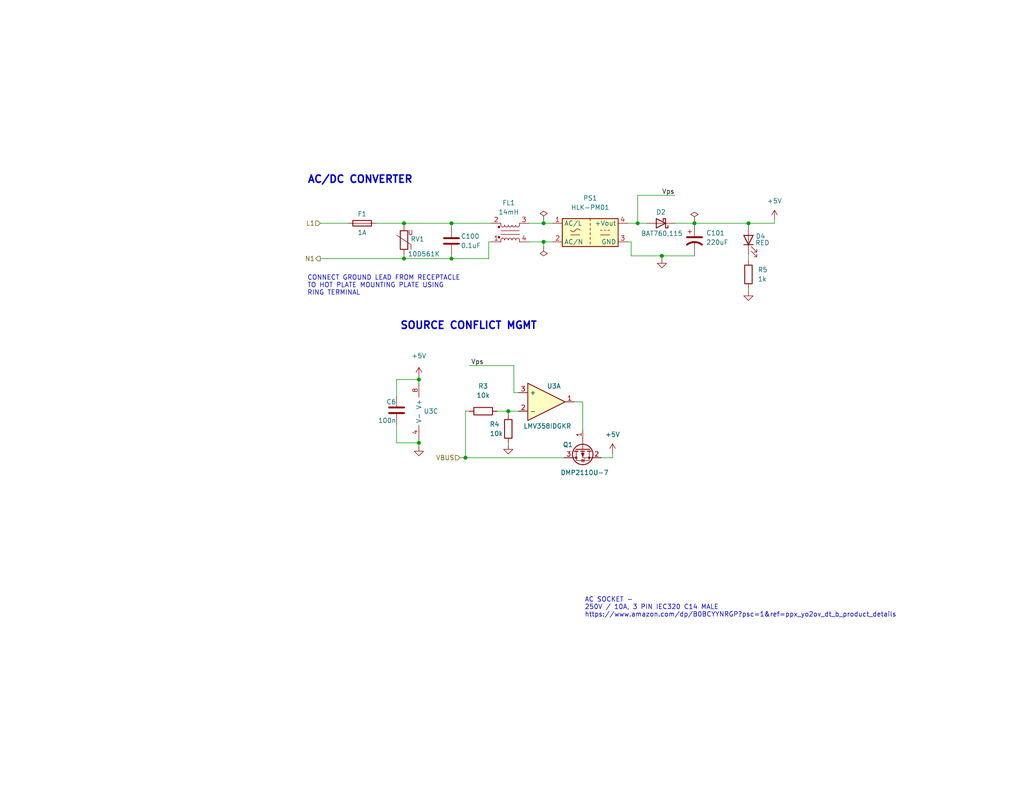
<source format=kicad_sch>
(kicad_sch (version 20211123) (generator eeschema)
  (paper "USLetter")
  (title_block (title "Power Supply - 120VAC to 5VDC") (date "2023-01-22") (rev "1.0"))
  (lib_symbols
    (symbol "Converter_ACDC:HLK-PM01"
      (property "Reference" "PS1" (at 0 9.398 0))
      (property "Value" "HLK-PM01" (at 0 6.858 0))
      (symbol "HLK-PM01_0_1"
        (rectangle (start -7.62 3.81) (end 7.62 -3.81) (stroke (width 0.254)) (fill (type background)))
        (arc (start -5.334 0.635) (mid -4.699 0.2495) (end -4.064 0.635))
        (arc (start -2.794 0.635) (mid -3.429 1.0072) (end -4.064 0.635))
        (polyline (pts (xy -5.334 -0.635) (xy -2.794 -0.635)))
        (polyline (pts (xy 0 -2.54) (xy 0 -3.175)))
        (polyline (pts (xy 0 -1.27) (xy 0 -1.905)))
        (polyline (pts (xy 0 0) (xy 0 -0.635)))
        (polyline (pts (xy 0 1.27) (xy 0 0.635)))
        (polyline (pts (xy 0 2.54) (xy 0 1.905)))
        (polyline (pts (xy 0 3.81) (xy 0 3.175)))
        (polyline (pts (xy 2.794 -0.635) (xy 5.334 -0.635)))
        (polyline (pts (xy 2.794 0.635) (xy 3.302 0.635)))
        (polyline (pts (xy 3.81 0.635) (xy 4.318 0.635)))
        (polyline (pts (xy 4.826 0.635) (xy 5.334 0.635)))
      )
      (symbol "HLK-PM01_1_1"
        (pin power_in line (at -10.16 2.54 0) (length 2.54) (name "AC/L") (number "1"))
        (pin power_in line (at -10.16 -2.54 0) (length 2.54) (name "AC/N") (number "2"))
        (pin power_in line (at 10.16 -2.54 180) (length 2.54) (name "GND") (number "3"))
        (pin power_out line (at 10.16 2.54 180) (length 2.54) (name "+Vout") (number "4"))
      )
    )
    (symbol "Device:C" (pin_numbers hide) (pin_names (offset 0.254))
      (property "Reference" "C" (at 0.635 2.54 0))
      (property "Value" "C" (at 0.635 -2.54 0))
      (symbol "C_0_1"
        (polyline (pts (xy -2.032 -0.762) (xy 2.032 -0.762)) (stroke (width 0.508)))
        (polyline (pts (xy -2.032 0.762) (xy 2.032 0.762)) (stroke (width 0.508)))
      )
      (symbol "C_1_1"
        (pin passive line (at 0 3.81 270) (length 2.794) (name "~") (number "1"))
        (pin passive line (at 0 -3.81 90) (length 2.794) (name "~") (number "2"))
      )
    )
    (symbol "Device:C_Polarized_US" (pin_numbers hide) (pin_names (offset 0.254) hide)
      (property "Reference" "C" (at 0.635 2.54 0))
      (property "Value" "C_Polarized_US" (at 0.635 -2.54 0))
      (symbol "C_Polarized_US_0_1"
        (polyline (pts (xy -2.032 0.762) (xy 2.032 0.762)) (stroke (width 0.508)))
        (polyline (pts (xy -1.778 2.286) (xy -0.762 2.286)))
        (polyline (pts (xy -1.27 1.778) (xy -1.27 2.794)))
        (arc (start 2.032 -1.27) (mid 0 -0.5572) (end -2.032 -1.27) (stroke (width 0.508)))
      )
      (symbol "C_Polarized_US_1_1"
        (pin passive line (at 0 3.81 270) (length 2.794) (name "~") (number "1"))
        (pin passive line (at 0 -3.81 90) (length 3.302) (name "~") (number "2"))
      )
    )
    (symbol "Device:D_Schottky" (pin_numbers hide) (pin_names (offset 1.016) hide)
      (property "Reference" "D" (at 0 2.54 0))
      (property "Value" "D_Schottky" (at 0 -2.54 0))
      (symbol "D_Schottky_0_1"
        (polyline (pts (xy 1.27 0) (xy -1.27 0)))
        (polyline (pts (xy 1.27 1.27) (xy 1.27 -1.27) (xy -1.27 0) (xy 1.27 1.27)) (stroke (width 0.254)))
        (polyline (pts (xy -1.905 0.635) (xy -1.905 1.27) (xy -1.27 1.27) (xy -1.27 -1.27) (xy -0.635 -1.27) (xy -0.635 -0.635)) (stroke (width 0.254)))
      )
      (symbol "D_Schottky_1_1"
        (pin passive line (at -3.81 0 0) (length 2.54) (name "K") (number "1"))
        (pin passive line (at 3.81 0 180) (length 2.54) (name "A") (number "2"))
      )
    )
    (symbol "Device:Filter_EMI_LL_1423" (pin_names hide)
      (property "Reference" "FL" (at 0 4.445 0))
      (property "Value" "Filter_EMI_LL_1423" (at 0 -4.445 0))
      (symbol "Filter_EMI_LL_1423_0_1"
        (circle (center -3.048 -1.27) (radius 0.254) (fill (type outline)))
        (circle (center -3.048 1.524) (radius 0.254) (fill (type outline)))
        (arc (start -2.54 2.032) (mid -2.032 1.524) (end -1.524 2.032))
        (arc (start -1.524 -2.032) (mid -2.032 -1.524) (end -2.54 -2.032))
        (arc (start -1.524 2.032) (mid -1.016 1.524) (end -0.508 2.032))
        (arc (start -0.508 -2.032) (mid -1.016 -1.524) (end -1.524 -2.032))
        (arc (start -0.508 2.032) (mid 0 1.524) (end 0.508 2.032))
        (polyline (pts (xy -2.54 -2.032) (xy -2.54 -2.54)))
        (polyline (pts (xy -2.54 0.508) (xy 2.54 0.508)))
        (polyline (pts (xy -2.54 2.032) (xy -2.54 2.54)))
        (polyline (pts (xy 2.54 -2.032) (xy 2.54 -2.54)))
        (polyline (pts (xy 2.54 -0.508) (xy -2.54 -0.508)))
        (polyline (pts (xy 2.54 2.54) (xy 2.54 2.032)))
        (arc (start 0.508 -2.032) (mid 0 -1.524) (end -0.508 -2.032))
        (arc (start 0.508 2.032) (mid 1.016 1.524) (end 1.524 2.032))
        (arc (start 1.524 -2.032) (mid 1.016 -1.524) (end 0.508 -2.032))
        (arc (start 1.524 2.032) (mid 2.032 1.524) (end 2.54 2.032))
        (arc (start 2.54 -2.032) (mid 2.032 -1.524) (end 1.524 -2.032))
      )
      (symbol "Filter_EMI_LL_1423_1_1"
        (pin passive line (at -5.08 -2.54 0) (length 2.54) (name "1") (number "1"))
        (pin passive line (at -5.08 2.54 0) (length 2.54) (name "2") (number "2"))
        (pin passive line (at 5.08 2.54 180) (length 2.54) (name "3") (number "3"))
        (pin passive line (at 5.08 -2.54 180) (length 2.54) (name "4") (number "4"))
      )
    )
    (symbol "Device:Fuse" (pin_numbers hide) (pin_names (offset 0))
      (property "Reference" "F" (at 2.032 0 90))
      (property "Value" "Fuse" (at -1.905 0 90))
      (symbol "Fuse_0_1"
        (rectangle (start -0.762 -2.54) (end 0.762 2.54) (stroke (width 0.254)))
        (polyline (pts (xy 0 2.54) (xy 0 -2.54)))
      )
      (symbol "Fuse_1_1"
        (pin passive line (at 0 3.81 270) (length 1.27) (name "~") (number "1"))
        (pin passive line (at 0 -3.81 90) (length 1.27) (name "~") (number "2"))
      )
    )
    (symbol "Device:LED" (pin_numbers hide) (pin_names (offset 1.016) hide)
      (property "Reference" "D" (at 0 2.54 0))
      (property "Value" "LED" (at 0 -2.54 0))
      (symbol "LED_0_1"
        (polyline (pts (xy -1.27 -1.27) (xy -1.27 1.27)) (stroke (width 0.254)))
        (polyline (pts (xy -1.27 0) (xy 1.27 0)))
        (polyline (pts (xy 1.27 -1.27) (xy 1.27 1.27) (xy -1.27 0) (xy 1.27 -1.27)) (stroke (width 0.254)))
        (polyline (pts (xy -3.048 -0.762) (xy -4.572 -2.286) (xy -3.81 -2.286) (xy -4.572 -2.286) (xy -4.572 -1.524)))
        (polyline (pts (xy -1.778 -0.762) (xy -3.302 -2.286) (xy -2.54 -2.286) (xy -3.302 -2.286) (xy -3.302 -1.524)))
      )
      (symbol "LED_1_1"
        (pin passive line (at -3.81 0 0) (length 2.54) (name "K") (number "1"))
        (pin passive line (at 3.81 0 180) (length 2.54) (name "A") (number "2"))
      )
    )
    (symbol "Device:Opamp_Dual"
      (property "Reference" "U" (at 0 5.08 0))
      (property "Value" "Opamp_Dual" (at 0 -5.08 0))
      (symbol "Opamp_Dual_1_1"
        (polyline (pts (xy -5.08 5.08) (xy 5.08 0) (xy -5.08 -5.08) (xy -5.08 5.08)) (stroke (width 0.254)) (fill (type background)))
        (pin output line (at 7.62 0 180) (length 2.54) (name "~") (number "1"))
        (pin input line (at -7.62 -2.54 0) (length 2.54) (name "-") (number "2"))
        (pin input line (at -7.62 2.54 0) (length 2.54) (name "+") (number "3"))
      )
      (symbol "Opamp_Dual_2_1"
        (polyline (pts (xy -5.08 5.08) (xy 5.08 0) (xy -5.08 -5.08) (xy -5.08 5.08)) (stroke (width 0.254)) (fill (type background)))
        (pin input line (at -7.62 2.54 0) (length 2.54) (name "+") (number "5"))
        (pin input line (at -7.62 -2.54 0) (length 2.54) (name "-") (number "6"))
        (pin output line (at 7.62 0 180) (length 2.54) (name "~") (number "7"))
      )
      (symbol "Opamp_Dual_3_1"
        (pin power_in line (at -2.54 -7.62 90) (length 3.81) (name "V-") (number "4"))
        (pin power_in line (at -2.54 7.62 270) (length 3.81) (name "V+") (number "8"))
      )
    )
    (symbol "Device:Q_PMOS_GSD" (pin_names (offset 0) hide)
      (property "Reference" "Q" (at 5.08 1.27 0))
      (property "Value" "Q_PMOS_GSD" (at 5.08 -1.27 0))
      (symbol "Q_PMOS_GSD_0_1"
        (polyline (pts (xy 0.254 0) (xy -2.54 0)))
        (polyline (pts (xy 0.254 1.905) (xy 0.254 -1.905)) (stroke (width 0.254)))
        (polyline (pts (xy 0.762 -1.27) (xy 0.762 -2.286)) (stroke (width 0.254)))
        (polyline (pts (xy 0.762 0.508) (xy 0.762 -0.508)) (stroke (width 0.254)))
        (polyline (pts (xy 0.762 2.286) (xy 0.762 1.27)) (stroke (width 0.254)))
        (polyline (pts (xy 2.54 2.54) (xy 2.54 1.778)))
        (polyline (pts (xy 2.54 -2.54) (xy 2.54 0) (xy 0.762 0)))
        (polyline (pts (xy 0.762 1.778) (xy 3.302 1.778) (xy 3.302 -1.778) (xy 0.762 -1.778)))
        (polyline (pts (xy 2.286 0) (xy 1.27 0.381) (xy 1.27 -0.381) (xy 2.286 0)) (fill (type outline)))
        (polyline (pts (xy 2.794 -0.508) (xy 2.921 -0.381) (xy 3.683 -0.381) (xy 3.81 -0.254)))
        (polyline (pts (xy 3.302 -0.381) (xy 2.921 0.254) (xy 3.683 0.254) (xy 3.302 -0.381)))
        (circle (center 1.651 0) (radius 2.794) (stroke (width 0.254)))
        (circle (center 2.54 -1.778) (radius 0.254) (fill (type outline)))
        (circle (center 2.54 1.778) (radius 0.254) (fill (type outline)))
      )
      (symbol "Q_PMOS_GSD_1_1"
        (pin input line (at -5.08 0 0) (length 2.54) (name "G") (number "1"))
        (pin passive line (at 2.54 -5.08 90) (length 2.54) (name "S") (number "2"))
        (pin passive line (at 2.54 5.08 270) (length 2.54) (name "D") (number "3"))
      )
    )
    (symbol "Device:R" (pin_numbers hide) (pin_names (offset 0))
      (property "Reference" "R" (at 2.032 0 90))
      (property "Value" "R" (at 0 0 90))
      (symbol "R_0_1"
        (rectangle (start -1.016 -2.54) (end 1.016 2.54) (stroke (width 0.254)))
      )
      (symbol "R_1_1"
        (pin passive line (at 0 3.81 270) (length 1.27) (name "~") (number "1"))
        (pin passive line (at 0 -3.81 90) (length 1.27) (name "~") (number "2"))
      )
    )
    (symbol "Device:Varistor" (pin_numbers hide) (pin_names (offset 0))
      (property "Reference" "RV" (at 3.175 0 90))
      (property "Value" "Varistor" (at -3.175 0 90))
      (symbol "Varistor_0_0"
        (text "U" (at -1.778 -2.032 0) (effects (font (size 1.27 1.27))))
      )
      (symbol "Varistor_0_1"
        (rectangle (start -1.016 -2.54) (end 1.016 2.54) (stroke (width 0.254)))
        (polyline (pts (xy -1.905 2.54) (xy -1.905 1.27) (xy 1.905 -1.27)))
      )
      (symbol "Varistor_1_1"
        (pin passive line (at 0 3.81 270) (length 1.27) (name "~") (number "1"))
        (pin passive line (at 0 -3.81 90) (length 1.27) (name "~") (number "2"))
      )
    )
    (symbol "power:+5V" (power) (pin_names (offset 0))
      (property "Value" "+5V" (at 0 3.556 0))
      (symbol "+5V_0_1"
        (polyline (pts (xy -0.762 1.27) (xy 0 2.54)))
        (polyline (pts (xy 0 0) (xy 0 2.54)))
        (polyline (pts (xy 0 2.54) (xy 0.762 1.27)))
      )
      (symbol "+5V_1_1"
        (pin power_in line (at 0 0 90) (length 0) hide (name "+5V") (number "1"))
      )
    )
    (symbol "power:GND" (power) (pin_names (offset 0))
      (property "Value" "GND" (at 0 -3.81 0))
      (symbol "GND_0_1"
        (polyline (pts (xy 0 0) (xy 0 -1.27) (xy 1.27 -1.27) (xy 0 -2.54) (xy -1.27 -1.27) (xy 0 -1.27)))
      )
      (symbol "GND_1_1"
        (pin power_in line (at 0 0 270) (length 0) hide (name "GND") (number "1"))
      )
    )
    (symbol "power:PWR_FLAG" (power) (pin_numbers hide) (pin_names (offset 0) hide)
      (property "Value" "PWR_FLAG" (at 0 3.81 0))
      (symbol "PWR_FLAG_0_0"
        (pin power_out line (at 0 0 90) (length 0) (name "pwr") (number "1"))
      )
      (symbol "PWR_FLAG_0_1"
        (polyline (pts (xy 0 0) (xy 0 1.27) (xy -1.016 1.905) (xy 0 2.54) (xy 1.016 1.905) (xy 0 1.27)))
      )
    )
  )
  (junction (at 138.684 112.268))
  (junction (at 204.216 60.96))
  (junction (at 148.336 66.04))
  (junction (at 110.236 60.96))
  (junction (at 180.594 69.85))
  (junction (at 110.236 70.612))
  (junction (at 148.336 60.96))
  (junction (at 114.3 103.632))
  (junction (at 173.99 60.96))
  (junction (at 127 124.968))
  (junction (at 123.19 70.612))
  (junction (at 123.19 60.96))
  (junction (at 189.484 60.96))
  (junction (at 114.3 120.904))
  (wire (pts (xy 133.35 66.04) (xy 133.35 70.612)))
  (wire (pts (xy 123.19 69.596) (xy 123.19 70.612)))
  (wire (pts (xy 114.3 120.904) (xy 114.3 121.92)))
  (wire (pts (xy 114.3 102.87) (xy 114.3 103.632)))
  (wire (pts (xy 127 124.968) (xy 153.924 124.968)))
  (wire (pts (xy 128.016 99.822) (xy 140.208 99.822)))
  (wire (pts (xy 173.99 60.96) (xy 173.99 53.34)))
  (wire (pts (xy 204.216 69.342) (xy 204.216 71.12)))
  (wire (pts (xy 204.216 60.96) (xy 211.328 60.96)))
  (wire (pts (xy 108.204 108.204) (xy 108.204 103.632)))
  (wire (pts (xy 167.132 124.968) (xy 167.132 123.698)))
  (wire (pts (xy 127 112.268) (xy 127 124.968)))
  (wire (pts (xy 189.484 69.85) (xy 180.594 69.85)))
  (wire (pts (xy 140.208 107.188) (xy 141.478 107.188)))
  (wire (pts (xy 172.212 66.04) (xy 172.212 69.85)))
  (wire (pts (xy 184.15 60.96) (xy 189.484 60.96)))
  (wire (pts (xy 148.336 66.04) (xy 150.876 66.04)))
  (wire (pts (xy 135.636 112.268) (xy 138.684 112.268)))
  (wire (pts (xy 171.196 66.04) (xy 172.212 66.04)))
  (wire (pts (xy 110.236 70.612) (xy 123.19 70.612)))
  (wire (pts (xy 134.112 66.04) (xy 133.35 66.04)))
  (wire (pts (xy 156.718 109.728) (xy 159.004 109.728)))
  (wire (pts (xy 138.684 112.268) (xy 138.684 113.284)))
  (wire (pts (xy 110.236 60.96) (xy 110.236 61.722)))
  (wire (pts (xy 173.99 53.34) (xy 184.15 53.34)))
  (wire (pts (xy 173.99 60.96) (xy 176.53 60.96)))
  (wire (pts (xy 144.272 66.04) (xy 148.336 66.04)))
  (wire (pts (xy 189.484 60.452) (xy 189.484 60.96)))
  (wire (pts (xy 164.084 124.968) (xy 167.132 124.968)))
  (wire (pts (xy 108.204 120.904) (xy 114.3 120.904)))
  (wire (pts (xy 171.196 60.96) (xy 173.99 60.96)))
  (wire (pts (xy 108.204 115.824) (xy 108.204 120.904)))
  (wire (pts (xy 125.476 124.968) (xy 127 124.968)))
  (wire (pts (xy 123.19 60.96) (xy 134.112 60.96)))
  (wire (pts (xy 138.684 120.904) (xy 138.684 121.412)))
  (wire (pts (xy 148.336 60.198) (xy 148.336 60.96)))
  (wire (pts (xy 144.272 60.96) (xy 148.336 60.96)))
  (wire (pts (xy 180.594 69.85) (xy 180.594 70.612)))
  (wire (pts (xy 110.236 60.96) (xy 123.19 60.96)))
  (wire (pts (xy 204.216 60.96) (xy 204.216 61.722)))
  (wire (pts (xy 148.336 60.96) (xy 150.876 60.96)))
  (wire (pts (xy 140.208 99.822) (xy 140.208 107.188)))
  (wire (pts (xy 123.19 60.96) (xy 123.19 61.976)))
  (wire (pts (xy 128.016 112.268) (xy 127 112.268)))
  (wire (pts (xy 148.336 66.04) (xy 148.336 67.31)))
  (wire (pts (xy 114.3 103.632) (xy 114.3 104.648)))
  (wire (pts (xy 138.684 112.268) (xy 141.478 112.268)))
  (wire (pts (xy 189.484 69.342) (xy 189.484 69.85)))
  (wire (pts (xy 102.616 60.96) (xy 110.236 60.96)))
  (wire (pts (xy 204.216 78.74) (xy 204.216 79.502)))
  (wire (pts (xy 189.484 60.96) (xy 189.484 61.722)))
  (wire (pts (xy 123.19 70.612) (xy 133.35 70.612)))
  (wire (pts (xy 189.484 60.96) (xy 204.216 60.96)))
  (wire (pts (xy 87.376 60.96) (xy 94.996 60.96)))
  (wire (pts (xy 211.328 59.944) (xy 211.328 60.96)))
  (wire (pts (xy 108.204 103.632) (xy 114.3 103.632)))
  (wire (pts (xy 180.594 69.85) (xy 172.212 69.85)))
  (wire (pts (xy 87.376 70.612) (xy 110.236 70.612)))
  (wire (pts (xy 114.3 119.888) (xy 114.3 120.904)))
  (wire (pts (xy 159.004 109.728) (xy 159.004 117.348)))
  (wire (pts (xy 110.236 69.342) (xy 110.236 70.612)))
  (text "AC/DC CONVERTER" (at 83.82 50.292 0) (effects (font (size 2 2) (thickness 0.4) bold) (justify left bottom)))
  (text "SOURCE CONFLICT MGMT" (at 109.093 90.17 0) (effects (font (size 2 2) (thickness 0.4) bold) (justify left bottom)))
  (text "CONNECT GROUND LEAD FROM RECEPTACLE\nTO HOT PLATE MOUNTING PLATE USING\nRING TERMINAL" (at 83.82 80.772 0) (effects (font (size 1.27 1.27)) (justify left bottom)))
  (text "AC SOCKET -\n250V / 10A, 3 PIN IEC320 C14 MALE\nhttps://www.amazon.com/dp/B0BCYYNRGP?psc=1&ref=ppx_yo2ov_dt_b_product_details" (at 159.512 168.656 0) (effects (font (size 1.27 1.27)) (justify left bottom)))
  (label "Vps" (at 180.594 53.34 0))
  (label "Vps" (at 128.524 99.822 0))
  (hierarchical_label "VBUS" (shape input) (at 125.476 124.968 180))
  (hierarchical_label "L1" (shape input) (at 87.376 60.96 180))
  (hierarchical_label "N1" (shape output) (at 87.376 70.612 180))
  (symbol (lib_id "Device:C") (at 123.19 65.786 0) (unit 1)
    (property "Reference" "C100" (at 125.73 64.516 0) (effects (justify left)))
    (property "Value" "0.1uF" (at 125.73 67.056 0) (effects (justify left)))
    (property "Footprint" "Capacitor_THT:C_Rect_L13.0mm_W8.0mm_P10.00mm_FKS3_FKP3_MKS4" (effects hide))
    (property "MFG" "Wurth Elektronik " (effects hide))
    (property "P/N" "890334023023CS " (effects hide))
  )
  (symbol (lib_id "Device:R") (at 138.684 117.094 0) (unit 1)
    (property "Reference" "R4" (at 133.604 115.824 0) (effects (justify left)))
    (property "Value" "10k" (at 133.604 118.364 0) (effects (justify left)))
    (property "Footprint" "Resistor_SMD:R_0603_1608Metric" (effects hide))
    (property "MFG" "Stackpole Electronics" (effects hide))
    (property "P/N" "RMCF0603JG10K0" (effects hide))
  )
  (symbol (lib_id "Device:R") (at 131.826 112.268 90) (unit 1)
    (property "Reference" "R3" (at 131.826 105.41 90))
    (property "Value" "10k" (at 131.826 107.95 90))
    (property "Footprint" "Resistor_SMD:R_0603_1608Metric" (effects hide))
    (property "MFG" "Stackpole Electronics Inc" (effects hide))
    (property "P/N" "RMCF0603JG10K0" (effects hide))
  )
  (symbol (lib_id "power:GND") (at 114.3 121.92 0) (unit 1)
    (property "Reference" "#PWR0120" (effects hide))
    (property "Value" "GND" (effects hide))
  )
  (symbol (lib_id "Device:Varistor") (at 110.236 65.532 180) (unit 1)
    (property "Reference" "RV1" (at 112.014 65.278 0) (effects (justify right)))
    (property "Value" "10D561K" (at 111.252 69.342 0) (effects (justify right)))
    (property "Footprint" "Varistor:RV_Disc_D12mm_W5.8mm_P7.5mm" (effects hide))
    (property "Datasheet" "https://www.mouser.com/datasheet/2/54/mov10d-777448.pdf" (effects hide))
    (property "MFG" "Bourns" (effects hide))
    (property "P/N" "MOV-10D561K" (effects hide))
  )
  (symbol (lib_id "Device:Q_PMOS_GSD") (at 159.004 122.428 90) (mirror x) (unit 1)
    (property "Reference" "Q1" (at 154.94 121.412 90))
    (property "Value" "DMP2110U-7" (at 159.512 129.032 90))
    (property "Footprint" "Package_TO_SOT_SMD:SOT-23" (effects hide))
    (property "MFG" "Diodes Inc" (effects hide))
    (property "P/N" "DMP2110U-7" (effects hide))
  )
  (symbol (lib_id "Device:C") (at 108.204 112.014 0) (unit 1)
    (property "Reference" "C6" (at 105.41 109.728 0) (effects (justify left)))
    (property "Value" "100n" (at 103.124 114.808 0) (effects (justify left)))
    (property "Footprint" "Capacitor_SMD:C_0603_1608Metric" (effects hide))
    (property "MFG" "Kyocera AVX" (effects hide))
    (property "P/N" "06035C104K4T2A" (effects hide))
  )
  (symbol (lib_id "Converter_ACDC:HLK-PM01") (at 161.036 63.5 0) (unit 1)
    (property "Reference" "PS1" (at 161.036 54.102 0))
    (property "Value" "HLK-PM01" (at 161.036 56.642 0))
    (property "Footprint" "Converter_ACDC:Converter_ACDC_HiLink_HLK-PMxx" (effects hide))
    (property "Datasheet" "http://www.hlktech.net/product_detail.php?ProId=54" (effects hide))
    (property "MFG" "Hi-Link" (effects hide))
    (property "P/N" "HLK-PM01" (effects hide))
  )
  (symbol (lib_id "Device:C_Polarized_US") (at 189.484 65.532 0) (unit 1)
    (property "Reference" "C101" (at 192.659 63.6269 0) (effects (justify left)))
    (property "Value" "220uF" (at 192.659 66.1669 0) (effects (justify left)))
    (property "Footprint" "Capacitor_SMD:CP_Elec_6.3x5.9" (effects hide))
    (property "MFG" "Wurth Elektronik" (effects hide))
    (property "P/N" "865060345007 " (effects hide))
  )
  (symbol (lib_id "Device:Filter_EMI_LL_1423") (at 139.192 63.5 0) (unit 1)
    (property "Reference" "FL1" (at 138.811 55.372 0))
    (property "Value" "14mH" (at 138.811 57.912 0))
    (property "Footprint" "_USER_EMI_Filter:KEMET SU9H-R02140" (effects hide))
    (property "MFG" "KEMET" (effects hide))
    (property "P/N" "SU9H-R02140" (effects hide))
  )
  (symbol (lib_id "Device:D_Schottky") (at 180.34 60.96 180) (unit 1)
    (property "Reference" "D2" (at 180.34 57.912 0))
    (property "Value" "BAT760,115" (at 180.594 63.754 0))
    (property "Footprint" "Diode_SMD:D_SOD-323" (effects hide))
    (property "MFG" "Nexperia" (effects hide))
    (property "P/N" "BAT760,115" (effects hide))
  )
  (symbol (lib_id "Device:LED") (at 204.216 65.532 90) (unit 1)
    (property "Reference" "D4" (at 207.518 64.516 90))
    (property "Value" "RED" (at 208.026 66.294 90))
    (property "Footprint" "LED_SMD:LED_0805_2012Metric" (effects hide))
    (property "MFG" "Kingbright" (effects hide))
    (property "P/N" "APT2012SURCK" (effects hide))
  )
  (symbol (lib_id "power:GND") (at 180.594 70.612 0) (unit 1)
    (property "Reference" "#PWR0117" (effects hide))
    (property "Value" "GND" (effects hide))
  )
  (symbol (lib_id "power:+5V") (at 211.328 59.944 0) (unit 1)
    (property "Reference" "#PWR0127" (effects hide))
    (property "Value" "+5V" (at 211.328 54.864 0))
  )
  (symbol (lib_id "Device:Fuse") (at 98.806 60.96 90) (unit 1)
    (property "Reference" "F1" (at 98.806 58.42 90))
    (property "Value" "1A" (at 98.806 63.5 90))
    (property "Footprint" "_USER_Fuse_Holders:WE 696106003002" (effects hide))
    (property "MFG" "Wurth Elektronik" (effects hide))
    (property "P/N" "696106003002" (effects hide))
  )
  (symbol (lib_id "power:+5V") (at 114.3 102.87 0) (unit 1)
    (property "Reference" "#PWR0118" (effects hide))
    (property "Value" "+5V" (at 114.3 97.155 0))
  )
  (symbol (lib_id "power:PWR_FLAG") (at 189.484 60.452 0) (unit 1)
    (property "Reference" "#FLG03" (effects hide))
    (property "Value" "PWR_FLAG" (effects hide))
  )
  (symbol (lib_id "power:PWR_FLAG") (at 148.336 67.31 180) (unit 1)
    (property "Reference" "#FLG02" (effects hide))
    (property "Value" "PWR_FLAG" (effects hide))
  )
  (symbol (lib_id "power:GND") (at 204.216 79.502 0) (unit 1)
    (property "Reference" "#PWR010" (effects hide))
    (property "Value" "GND" (effects hide))
  )
  (symbol (lib_id "Device:Opamp_Dual") (at 116.84 112.268 0) (unit 3)
    (property "Reference" "U3" (at 115.57 112.2679 0) (effects (justify left)))
    (property "Value" "LMV358IDGKR" (effects hide))
    (property "Footprint" "Package_SO:VSSOP-8_3.0x3.0mm_P0.65mm" (effects hide))
    (property "MFG" "Texas Instruments" (effects hide))
    (property "P/N" "LVM358IDGKR" (effects hide))
  )
  (symbol (lib_id "power:PWR_FLAG") (at 148.336 60.198 0) (unit 1)
    (property "Reference" "#FLG01" (effects hide))
    (property "Value" "PWR_FLAG" (effects hide))
  )
  (symbol (lib_id "Device:R") (at 204.216 74.93 0) (unit 1)
    (property "Reference" "R5" (at 206.756 73.6599 0) (effects (justify left)))
    (property "Value" "1k" (at 206.756 76.1999 0) (effects (justify left)))
    (property "Footprint" "Resistor_SMD:R_0603_1608Metric" (effects hide))
    (property "MFG" "Stackpole Electronics" (effects hide))
    (property "P/N" "RMCF0603JJ1K00" (effects hide))
  )
  (symbol (lib_id "power:GND") (at 138.684 121.412 0) (unit 1)
    (property "Reference" "#PWR0121" (effects hide))
    (property "Value" "GND" (effects hide))
  )
  (symbol (lib_id "power:+5V") (at 167.132 123.698 0) (unit 1)
    (property "Reference" "#PWR0126" (effects hide))
    (property "Value" "+5V" (at 167.132 118.618 0))
  )
  (symbol (lib_id "Device:Opamp_Dual") (at 149.098 109.728 0) (unit 1)
    (property "Reference" "U3" (at 151.13 105.41 0))
    (property "Value" "LMV358IDGKR" (at 149.352 116.332 0))
    (property "Footprint" "Package_SO:VSSOP-8_3.0x3.0mm_P0.65mm" (effects hide))
    (property "MFG" "Texas Instruments" (effects hide))
    (property "P/N" "LVM358IDGKR" (effects hide))
  )
)
</source>
